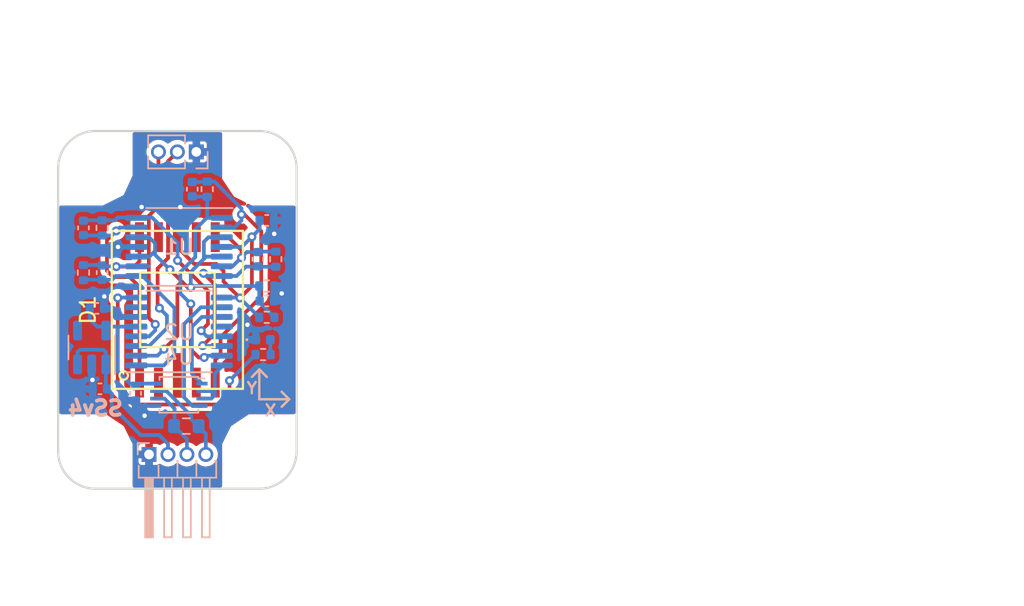
<source format=kicad_pcb>
(kicad_pcb (version 20240108) (generator "pcbnew") (generator_version "8.0")
  (title_block (title "PSS Sun Sensor") (date "2022-12-08") (rev "v4") (company "Aalto University") (comment 1 "Petri Niemelä"))
  (layers (0 "F.Cu" signal) (31 "B.Cu" signal) (34 "B.Paste" user) (35 "F.Paste" user) (36 "B.SilkS" user "B.Silkscreen") (37 "F.SilkS" user "F.Silkscreen") (38 "B.Mask" user) (39 "F.Mask" user) (44 "Edge.Cuts" user))
  (net 0 "")
  (net 1 "+3V3")
  (net 2 "GND")
  (net 3 "/VX1")
  (net 4 "Net-(D1-Anode_X1)")
  (net 5 "Net-(D1-Anode_X2)")
  (net 6 "/VX2")
  (net 7 "/VY1")
  (net 8 "Net-(D1-Anode_Y1)")
  (net 9 "Net-(D1-Anode_Y2)")
  (net 10 "/VY2")
  (net 11 "/Vopamp")
  (net 14 "/VIN")
  (net 17 "/LED")
  (net 18 "/~{RST}")
  (net 19 "/TEST")
  (net 20 "/DATA-")
  (net 21 "/DATA+")
  (net 22 "/TX")
  (net 23 "/RX")
  (net 24 "/DE")
  (net 26 "Net-(D2-A)")
  (net 27 "/V_ref")
  (footprint "MountingHole:MountingHole_2.2mm_M2" (layer "F.Cu") (at 144.5 109.5)
    (property "Reference" "MH4" (hide yes))
    (property "Value" "MountingHole")
    (pad "" np_thru_hole circle (at 0 0) (size 2.2 2.2) (drill 2.2) (layers "*.Cu" "*.Mask"))
  )
  (footprint "MountingHole:MountingHole_2.2mm_M2" (layer "F.Cu") (at 155.5 90.5)
    (property "Reference" "MH2" (hide yes))
    (property "Value" "MountingHole")
    (pad "" np_thru_hole circle (at 0 0) (size 2.2 2.2) (drill 2.2) (layers "*.Cu" "*.Mask"))
  )
  (footprint "MountingHole:MountingHole_2.2mm_M2" (layer "F.Cu") (at 155.5 109.5)
    (property "Reference" "MH3" (hide yes))
    (property "Value" "MountingHole")
    (pad "" np_thru_hole circle (at 0 0) (size 2.2 2.2) (drill 2.2) (layers "*.Cu" "*.Mask"))
  )
  (footprint "MountingHole:MountingHole_2.2mm_M2" (layer "F.Cu") (at 144.5 90.5)
    (property "Reference" "MH1" (hide yes))
    (property "Value" "MountingHole")
    (pad "" np_thru_hole circle (at 0 0) (size 2.2 2.2) (drill 2.2) (layers "*.Cu" "*.Mask"))
  )
  (footprint "Foresail:Hamatsu_S5980" (layer "F.Cu") (at 150 100)
    (property "Reference" "D1" (at -6 0 90) (layer "F.SilkS"))
    (property "Value" "Hamamatsu S5990-01")
    (pad "1" smd rect (at -2.54 4.88) (size 0.6 2) (layers "F.Cu" "F.Paste" "F.Mask") (net 4 "Net-(D1-Anode_X1)"))
    (pad "2" smd rect (at -1.27 4.88) (size 0.6 2) (layers "F.Cu" "F.Paste" "F.Mask"))
    (pad "3" smd rect (at 0 4.4) (size 0.6 3) (layers "F.Cu" "F.Paste" "F.Mask"))
    (pad "4" smd rect (at 1.27 4.88) (size 0.6 2) (layers "F.Cu" "F.Paste" "F.Mask"))
    (pad "5" smd rect (at 2.54 4.88) (size 0.6 2) (layers "F.Cu" "F.Paste" "F.Mask") (net 8 "Net-(D1-Anode_Y1)"))
    (pad "6" smd rect (at 2.54 -4.88) (size 0.6 2) (layers "F.Cu" "F.Paste" "F.Mask") (net 5 "Net-(D1-Anode_X2)"))
    (pad "7" smd rect (at 1.27 -4.88) (size 0.6 2) (layers "F.Cu" "F.Paste" "F.Mask"))
    (pad "8" smd rect (at 0 -4.88) (size 0.6 2) (layers "F.Cu" "F.Paste" "F.Mask") (net 11 "/Vopamp"))
    (pad "9" smd rect (at -1.27 -4.88) (size 0.6 2) (layers "F.Cu" "F.Paste" "F.Mask"))
    (pad "10" smd rect (at -2.54 -4.88) (size 0.6 2) (layers "F.Cu" "F.Paste" "F.Mask") (net 9 "Net-(D1-Anode_Y2)"))
  )
  (footprint "Capacitor_SMD:C_0402_1005Metric" (layer "B.Cu") (at 156 94 180)
    (property "Reference" "C1")
    (property "Value" "10n")
    (pad "1" smd roundrect (at -0.48 0 180) (size 0.56 0.62) (layers "B.Cu" "B.Paste" "B.Mask") (net 2 "GND"))
    (pad "2" smd roundrect (at 0.48 0 180) (size 0.56 0.62) (layers "B.Cu" "B.Paste" "B.Mask") (net 11 "/Vopamp"))
  )
  (footprint "Resistor_SMD:R_0402_1005Metric" (layer "B.Cu") (at 143.7 97.5 90)
    (property "Reference" "R4")
    (property "Value" "9k1")
    (pad "1" smd roundrect (at -0.51 0 90) (size 0.54 0.64) (layers "B.Cu" "B.Paste" "B.Mask") (net 10 "/VY2"))
    (pad "2" smd roundrect (at 0.51 0 90) (size 0.54 0.64) (layers "B.Cu" "B.Paste" "B.Mask") (net 9 "Net-(D1-Anode_Y2)"))
  )
  (footprint "Capacitor_SMD:C_0402_1005Metric" (layer "B.Cu") (at 143.7 94.5 -90)
    (property "Reference" "C3")
    (property "Value" "470n")
    (pad "1" smd roundrect (at -0.48 0 270) (size 0.56 0.62) (layers "B.Cu" "B.Paste" "B.Mask") (net 3 "/VX1"))
    (pad "2" smd roundrect (at 0.48 0 270) (size 0.56 0.62) (layers "B.Cu" "B.Paste" "B.Mask") (net 4 "Net-(D1-Anode_X1)"))
  )
  (footprint "Capacitor_SMD:C_0402_1005Metric" (layer "B.Cu") (at 144.95 97.5 90)
    (property "Reference" "C6")
    (property "Value" "470n")
    (pad "1" smd roundrect (at -0.48 0 90) (size 0.56 0.62) (layers "B.Cu" "B.Paste" "B.Mask") (net 10 "/VY2"))
    (pad "2" smd roundrect (at 0.48 0 90) (size 0.56 0.62) (layers "B.Cu" "B.Paste" "B.Mask") (net 9 "Net-(D1-Anode_Y2)"))
  )
  (footprint "Resistor_SMD:R_0402_1005Metric" (layer "B.Cu") (at 144.95 94.5 -90)
    (property "Reference" "R1")
    (property "Value" "9k1")
    (pad "1" smd roundrect (at -0.51 0 270) (size 0.54 0.64) (layers "B.Cu" "B.Paste" "B.Mask") (net 3 "/VX1"))
    (pad "2" smd roundrect (at 0.51 0 270) (size 0.54 0.64) (layers "B.Cu" "B.Paste" "B.Mask") (net 4 "Net-(D1-Anode_X1)"))
  )
  (footprint "Capacitor_SMD:C_0402_1005Metric" (layer "B.Cu") (at 151 91.9 90)
    (property "Reference" "C5")
    (property "Value" "470n")
    (pad "1" smd roundrect (at -0.48 0 90) (size 0.56 0.62) (layers "B.Cu" "B.Paste" "B.Mask") (net 7 "/VY1"))
    (pad "2" smd roundrect (at 0.48 0 90) (size 0.56 0.62) (layers "B.Cu" "B.Paste" "B.Mask") (net 8 "Net-(D1-Anode_Y1)"))
  )
  (footprint "LED_SMD:LED_0402_1005Metric" (layer "B.Cu") (at 155.75 102)
    (property "Reference" "D2")
    (property "Value" "YELLOW LED")
    (pad "1" smd roundrect (at -0.485 0) (size 0.59 0.64) (layers "B.Cu" "B.Paste" "B.Mask") (net 2 "GND"))
    (pad "2" smd roundrect (at 0.485 0) (size 0.59 0.64) (layers "B.Cu" "B.Paste" "B.Mask") (net 26 "Net-(D2-A)"))
  )
  (footprint "Package_TO_SOT_SMD:SOT-23-5" (layer "B.Cu") (at 144.25 102.522 90)
    (property "Reference" "U3")
    (property "Value" "TLV71333P-Q1")
    (pad "1" smd roundrect (at -1.1375 0.95 90) (size 1.325 0.6) (layers "B.Cu" "B.Paste" "B.Mask") (net 14 "/VIN"))
    (pad "2" smd roundrect (at -1.1375 0 90) (size 1.325 0.6) (layers "B.Cu" "B.Paste" "B.Mask") (net 2 "GND"))
    (pad "3" smd roundrect (at -1.1375 -0.95 90) (size 1.325 0.6) (layers "B.Cu" "B.Paste" "B.Mask") (net 14 "/VIN"))
    (pad "4" smd roundrect (at 1.1375 -0.95 90) (size 1.325 0.6) (layers "B.Cu" "B.Paste" "B.Mask"))
    (pad "5" smd roundrect (at 1.1375 0.95 90) (size 1.325 0.6) (layers "B.Cu" "B.Paste" "B.Mask") (net 1 "+3V3"))
  )
  (footprint "Capacitor_SMD:C_0402_1005Metric" (layer "B.Cu") (at 144.8 105.3)
    (property "Reference" "C2")
    (property "Value" "100n")
    (pad "1" smd roundrect (at -0.48 0) (size 0.56 0.62) (layers "B.Cu" "B.Paste" "B.Mask") (net 2 "GND"))
    (pad "2" smd roundrect (at 0.48 0) (size 0.56 0.62) (layers "B.Cu" "B.Paste" "B.Mask") (net 14 "/VIN"))
  )
  (footprint "Resistor_SMD:R_0402_1005Metric" (layer "B.Cu") (at 156.6 96.6 90)
    (property "Reference" "R2")
    (property "Value" "9k1")
    (pad "1" smd roundrect (at -0.51 0 90) (size 0.54 0.64) (layers "B.Cu" "B.Paste" "B.Mask") (net 6 "/VX2"))
    (pad "2" smd roundrect (at 0.51 0 90) (size 0.54 0.64) (layers "B.Cu" "B.Paste" "B.Mask") (net 5 "Net-(D1-Anode_X2)"))
  )
  (footprint "Package_SO:TSSOP-16_4.4x5mm_P0.65mm" (layer "B.Cu") (at 150.114 101.45)
    (property "Reference" "U2" (at 0 0.05 0) (layer "B.SilkS") (effects (justify mirror)))
    (property "Value" "MSP430FR2311IPW16")
    (pad "1" smd roundrect (at -2.8625 2.275) (size 1.475 0.4) (layers "B.Cu" "B.Paste" "B.Mask") (net 10 "/VY2"))
    (pad "2" smd roundrect (at -2.8625 1.625) (size 1.475 0.4) (layers "B.Cu" "B.Paste" "B.Mask") (net 27 "/V_ref"))
    (pad "3" smd roundrect (at -2.8625 0.975) (size 1.475 0.4) (layers "B.Cu" "B.Paste" "B.Mask") (net 19 "/TEST"))
    (pad "4" smd roundrect (at -2.8625 0.325) (size 1.475 0.4) (layers "B.Cu" "B.Paste" "B.Mask") (net 18 "/~{RST}"))
    (pad "5" smd roundrect (at -2.8625 -0.325) (size 1.475 0.4) (layers "B.Cu" "B.Paste" "B.Mask") (net 1 "+3V3"))
    (pad "6" smd roundrect (at -2.8625 -0.975) (size 1.475 0.4) (layers "B.Cu" "B.Paste" "B.Mask") (net 2 "GND"))
    (pad "7" smd roundrect (at -2.8625 -1.625) (size 1.475 0.4) (layers "B.Cu" "B.Paste" "B.Mask"))
    (pad "8" smd roundrect (at -2.8625 -2.275) (size 1.475 0.4) (layers "B.Cu" "B.Paste" "B.Mask") (net 17 "/LED"))
    (pad "9" smd roundrect (at 2.8625 -2.275) (size 1.475 0.4) (layers "B.Cu" "B.Paste" "B.Mask") (net 11 "/Vopamp"))
    (pad "10" smd roundrect (at 2.8625 -1.625) (size 1.475 0.4) (layers "B.Cu" "B.Paste" "B.Mask") (net 22 "/TX"))
    (pad "11" smd roundrect (at 2.8625 -0.975) (size 1.475 0.4) (layers "B.Cu" "B.Paste" "B.Mask") (net 23 "/RX"))
    (pad "12" smd roundrect (at 2.8625 -0.325) (size 1.475 0.4) (layers "B.Cu" "B.Paste" "B.Mask"))
    (pad "13" smd roundrect (at 2.8625 0.325) (size 1.475 0.4) (layers "B.Cu" "B.Paste" "B.Mask") (net 3 "/VX1"))
    (pad "14" smd roundrect (at 2.8625 0.975) (size 1.475 0.4) (layers "B.Cu" "B.Paste" "B.Mask") (net 6 "/VX2"))
    (pad "15" smd roundrect (at 2.8625 1.625) (size 1.475 0.4) (layers "B.Cu" "B.Paste" "B.Mask") (net 7 "/VY1"))
    (pad "16" smd roundrect (at 2.8625 2.275) (size 1.475 0.4) (layers "B.Cu" "B.Paste" "B.Mask") (net 24 "/DE"))
  )
  (footprint "Package_SO:TSSOP-14_4.4x5mm_P0.65mm" (layer "B.Cu") (at 150.114 95.778 180)
    (property "Reference" "U1" (at 0 0 180) (layer "B.SilkS") (effects (justify mirror)))
    (property "Value" "LMV344-Q1")
    (pad "1" smd roundrect (at -2.8625 1.95 180) (size 1.475 0.4) (layers "B.Cu" "B.Paste" "B.Mask") (net 7 "/VY1"))
    (pad "2" smd roundrect (at -2.8625 1.3 180) (size 1.475 0.4) (layers "B.Cu" "B.Paste" "B.Mask") (net 8 "Net-(D1-Anode_Y1)"))
    (pad "3" smd roundrect (at -2.8625 0.65 180) (size 1.475 0.4) (layers "B.Cu" "B.Paste" "B.Mask") (net 27 "/V_ref"))
    (pad "4" smd roundrect (at -2.8625 0 180) (size 1.475 0.4) (layers "B.Cu" "B.Paste" "B.Mask") (net 11 "/Vopamp"))
    (pad "5" smd roundrect (at -2.8625 -0.65 180) (size 1.475 0.4) (layers "B.Cu" "B.Paste" "B.Mask") (net 27 "/V_ref"))
    (pad "6" smd roundrect (at -2.8625 -1.3 180) (size 1.475 0.4) (layers "B.Cu" "B.Paste" "B.Mask") (net 5 "Net-(D1-Anode_X2)"))
    (pad "7" smd roundrect (at -2.8625 -1.95 180) (size 1.475 0.4) (layers "B.Cu" "B.Paste" "B.Mask") (net 6 "/VX2"))
    (pad "8" smd roundrect (at 2.8625 -1.95 180) (size 1.475 0.4) (layers "B.Cu" "B.Paste" "B.Mask") (net 10 "/VY2"))
    (pad "9" smd roundrect (at 2.8625 -1.3 180) (size 1.475 0.4) (layers "B.Cu" "B.Paste" "B.Mask") (net 9 "Net-(D1-Anode_Y2)"))
    (pad "10" smd roundrect (at 2.8625 -0.65 180) (size 1.475 0.4) (layers "B.Cu" "B.Paste" "B.Mask") (net 27 "/V_ref"))
    (pad "11" smd roundrect (at 2.8625 0 180) (size 1.475 0.4) (layers "B.Cu" "B.Paste" "B.Mask") (net 2 "GND"))
    (pad "12" smd roundrect (at 2.8625 0.65 180) (size 1.475 0.4) (layers "B.Cu" "B.Paste" "B.Mask") (net 27 "/V_ref"))
    (pad "13" smd roundrect (at 2.8625 1.3 180) (size 1.475 0.4) (layers "B.Cu" "B.Paste" "B.Mask") (net 4 "Net-(D1-Anode_X1)"))
    (pad "14" smd roundrect (at 2.8625 1.95 180) (size 1.475 0.4) (layers "B.Cu" "B.Paste" "B.Mask") (net 3 "/VX1"))
  )
  (footprint "Resistor_SMD:R_0402_1005Metric" (layer "B.Cu") (at 152 91.9 90)
    (property "Reference" "R3")
    (property "Value" "9k1")
    (pad "1" smd roundrect (at -0.51 0 90) (size 0.54 0.64) (layers "B.Cu" "B.Paste" "B.Mask") (net 7 "/VY1"))
    (pad "2" smd roundrect (at 0.51 0 90) (size 0.54 0.64) (layers "B.Cu" "B.Paste" "B.Mask") (net 8 "Net-(D1-Anode_Y1)"))
  )
  (footprint "Capacitor_SMD:C_0402_1005Metric" (layer "B.Cu") (at 144.6 99.9 180)
    (property "Reference" "C7")
    (property "Value" "100n")
    (pad "1" smd roundrect (at -0.48 0 180) (size 0.56 0.62) (layers "B.Cu" "B.Paste" "B.Mask") (net 2 "GND"))
    (pad "2" smd roundrect (at 0.48 0 180) (size 0.56 0.62) (layers "B.Cu" "B.Paste" "B.Mask") (net 1 "+3V3"))
  )
  (footprint "Connector_PinHeader_1.27mm:PinHeader_1x04_P1.27mm_Horizontal" (layer "B.Cu") (at 148.1 109.7 -90)
    (property "Reference" "J2" (hide yes))
    (property "Value" "Conn_01x04")
    (pad "1" thru_hole rect (at 0 0 270) (size 1 1) (drill 0.65) (layers "*.Cu" "*.Mask") (net 2 "GND"))
    (pad "2" thru_hole oval (at 0 -1.27 270) (size 1 1) (drill 0.65) (layers "*.Cu" "*.Mask") (net 14 "/VIN"))
    (pad "3" thru_hole oval (at 0 -2.54 270) (size 1 1) (drill 0.65) (layers "*.Cu" "*.Mask") (net 21 "/DATA+"))
    (pad "4" thru_hole oval (at 0 -3.81 270) (size 1 1) (drill 0.65) (layers "*.Cu" "*.Mask") (net 20 "/DATA-"))
  )
  (footprint "Connector_PinHeader_1.27mm:PinHeader_1x03_P1.27mm_Vertical" (layer "B.Cu") (at 151.27 89.4 90)
    (property "Reference" "J1" (hide yes))
    (property "Value" "Conn_01x03")
    (pad "1" thru_hole rect (at 0 0 90) (size 1 1) (drill 0.65) (layers "*.Cu" "*.Mask") (net 2 "GND"))
    (pad "2" thru_hole oval (at 0 -1.27 90) (size 1 1) (drill 0.65) (layers "*.Cu" "*.Mask") (net 19 "/TEST"))
    (pad "3" thru_hole oval (at 0 -2.54 90) (size 1 1) (drill 0.65) (layers "*.Cu" "*.Mask") (net 18 "/~{RST}"))
  )
  (footprint "Capacitor_SMD:C_0402_1005Metric" (layer "B.Cu") (at 155.4 96.6 90)
    (property "Reference" "C4")
    (property "Value" "470n")
    (pad "1" smd roundrect (at -0.48 0 90) (size 0.56 0.62) (layers "B.Cu" "B.Paste" "B.Mask") (net 6 "/VX2"))
    (pad "2" smd roundrect (at 0.48 0 90) (size 0.56 0.62) (layers "B.Cu" "B.Paste" "B.Mask") (net 5 "Net-(D1-Anode_X2)"))
  )
  (footprint "Resistor_SMD:R_0402_1005Metric" (layer "B.Cu") (at 155.75 103)
    (property "Reference" "R5")
    (property "Value" "1k")
    (pad "1" smd roundrect (at -0.51 0) (size 0.54 0.64) (layers "B.Cu" "B.Paste" "B.Mask") (net 17 "/LED"))
    (pad "2" smd roundrect (at 0.51 0) (size 0.54 0.64) (layers "B.Cu" "B.Paste" "B.Mask") (net 26 "Net-(D2-A)"))
  )
  (footprint "Package_SO:VSSOP-8_2.4x2.1mm_P0.5mm" (layer "B.Cu") (at 150.1 105.7 180)
    (property "Reference" "U4" (at 0 2.54 0) (layer "B.SilkS") (effects (justify mirror)))
    (property "Value" "SN65HVD1471DGK")
    (pad "1" smd rect (at -1.55 0.75 180) (size 0.75 0.25) (layers "B.Cu" "B.Paste" "B.Mask") (net 23 "/RX"))
    (pad "2" smd rect (at -1.55 0.25 180) (size 0.75 0.25) (layers "B.Cu" "B.Paste" "B.Mask") (net 24 "/DE"))
    (pad "3" smd rect (at -1.55 -0.25 180) (size 0.75 0.25) (layers "B.Cu" "B.Paste" "B.Mask") (net 24 "/DE"))
    (pad "4" smd rect (at -1.55 -0.75 180) (size 0.75 0.25) (layers "B.Cu" "B.Paste" "B.Mask") (net 22 "/TX"))
    (pad "5" smd rect (at 1.55 -0.75 180) (size 0.75 0.25) (layers "B.Cu" "B.Paste" "B.Mask") (net 2 "GND"))
    (pad "6" smd rect (at 1.55 -0.25 180) (size 0.75 0.25) (layers "B.Cu" "B.Paste" "B.Mask") (net 21 "/DATA+"))
    (pad "7" smd rect (at 1.55 0.25 180) (size 0.75 0.25) (layers "B.Cu" "B.Paste" "B.Mask") (net 20 "/DATA-"))
    (pad "8" smd rect (at 1.55 0.75 180) (size 0.75 0.25) (layers "B.Cu" "B.Paste" "B.Mask") (net 1 "+3V3"))
  )
  (footprint "Resistor_SMD:R_0603_1608Metric" (layer "B.Cu") (at 150.6 107.8 180)
    (property "Reference" "R6")
    (property "Value" "1k")
    (pad "1" smd roundrect (at -0.825 0 180) (size 0.8 0.95) (layers "B.Cu" "B.Paste" "B.Mask") (net 20 "/DATA-"))
    (pad "2" smd roundrect (at 0.825 0 180) (size 0.8 0.95) (layers "B.Cu" "B.Paste" "B.Mask") (net 21 "/DATA+"))
  )
  (footprint "Resistor_SMD:R_0402_1005Metric" (layer "B.Cu") (at 156 98.4)
    (property "Reference" "R8")
    (property "Value" "9k1")
    (pad "1" smd roundrect (at -0.51 0) (size 0.54 0.64) (layers "B.Cu" "B.Paste" "B.Mask") (net 27 "/V_ref"))
    (pad "2" smd roundrect (at 0.51 0) (size 0.54 0.64) (layers "B.Cu" "B.Paste" "B.Mask") (net 2 "GND"))
  )
  (footprint "Resistor_SMD:R_0402_1005Metric" (layer "B.Cu") (at 156 100.5)
    (property "Reference" "R7")
    (property "Value" "9k1")
    (pad "1" smd roundrect (at -0.51 0) (size 0.54 0.64) (layers "B.Cu" "B.Paste" "B.Mask") (net 11 "/Vopamp"))
    (pad "2" smd roundrect (at 0.51 0) (size 0.54 0.64) (layers "B.Cu" "B.Paste" "B.Mask") (net 27 "/V_ref"))
  )
  (footprint "Capacitor_SMD:C_0402_1005Metric" (layer "B.Cu") (at 156 99.4 180)
    (property "Reference" "C9")
    (property "Value" "100n")
    (pad "1" smd roundrect (at -0.48 0 180) (size 0.56 0.62) (layers "B.Cu" "B.Paste" "B.Mask") (net 2 "GND"))
    (pad "2" smd roundrect (at 0.48 0 180) (size 0.56 0.62) (layers "B.Cu" "B.Paste" "B.Mask") (net 27 "/V_ref"))
  )
  (footprint "Capacitor_SMD:C_0402_1005Metric" (layer "B.Cu") (at 147.2 105.6 90)
    (property "Reference" "C8")
    (property "Value" "100n")
    (pad "1" smd roundrect (at -0.48 0 90) (size 0.56 0.62) (layers "B.Cu" "B.Paste" "B.Mask") (net 2 "GND"))
    (pad "2" smd roundrect (at 0.48 0 90) (size 0.56 0.62) (layers "B.Cu" "B.Paste" "B.Mask") (net 1 "+3V3"))
  )
  (gr_line (start 155.5 104) (end 156 104.5) (stroke (width 0.15)) (layer "B.SilkS"))
  (gr_line (start 157.5 106) (end 157 106.5) (stroke (width 0.15)) (layer "B.SilkS"))
  (gr_line (start 155.5 106) (end 155.5 104) (stroke (width 0.15)) (layer "B.SilkS"))
  (gr_line (start 155.5 104) (end 155 104.5) (stroke (width 0.15)) (layer "B.SilkS"))
  (gr_line (start 157.5 106) (end 157 105.5) (stroke (width 0.15)) (layer "B.SilkS"))
  (gr_line (start 155.5 106) (end 157.5 106) (stroke (width 0.15)) (layer "B.SilkS"))
  (gr_line (start 155.5 106) (end 157.5 106) (stroke (width 0.15)) (layer "F.SilkS"))
  (gr_line (start 155.5 104) (end 155.5 106) (stroke (width 0.15)) (layer "F.SilkS"))
  (gr_line (start 155 104.5) (end 155.5 104) (stroke (width 0.15)) (layer "F.SilkS"))
  (gr_line (start 156 104.5) (end 155.5 104) (stroke (width 0.15)) (layer "F.SilkS"))
  (gr_line (start 157.5 106) (end 157 105.5) (stroke (width 0.15)) (layer "F.SilkS"))
  (gr_line (start 157.5 106) (end 157 106.5) (stroke (width 0.15)) (layer "F.SilkS"))
  (gr_line (start 144.5 88) (end 155.5 88) (stroke (width 0.15)) (layer "Edge.Cuts"))
  (gr_line (start 158 90.5) (end 158 109.5) (stroke (width 0.15)) (layer "Edge.Cuts"))
  (gr_line (start 142 109.5) (end 142 90.5) (stroke (width 0.15)) (layer "Edge.Cuts"))
  (gr_arc (start 158 109.5) (mid 157.267767 111.267767) (end 155.5 112) (stroke (width 0.15)) (layer "Edge.Cuts"))
  (gr_arc (start 144.5 112) (mid 142.732233 111.267767) (end 142 109.5) (stroke (width 0.15)) (layer "Edge.Cuts"))
  (gr_line (start 155.5 112) (end 144.5 112) (stroke (width 0.15)) (layer "Edge.Cuts"))
  (gr_arc (start 142 90.5) (mid 142.732233 88.732233) (end 144.5 88) (stroke (width 0.15)) (layer "Edge.Cuts"))
  (gr_arc (start 155.5 88) (mid 157.267767 88.732233) (end 158 90.5) (stroke (width 0.15)) (layer "Edge.Cuts"))
  (gr_text "Y" (at 155 105.25 0) (layer "B.SilkS") (effects (font (size 0.75 0.75)) (justify mirror)))
  (gr_text "X" (at 156.25 106.75 0) (layer "B.SilkS") (effects (font (size 0.75 0.75)) (justify mirror)))
  (gr_text "SSv4" (at 144.5 106.6 0) (layer "B.SilkS") (effects (font (size 1 1) (thickness 0.25)) (justify mirror)))
  (gr_text "X" (at 156.25 106.75 0) (layer "F.SilkS") (effects (font (size 0.75 0.75))))
  (gr_text "Y" (at 155 105.25 0) (layer "F.SilkS") (effects (font (size 0.75 0.75))))
  (segment (start 144.12 100.62) (end 144.12 99.9) (width 0.25) (layer "B.Cu") (net 1))
  (segment (start 145.975 102.886) (end 145.975 101.690685) (width 0.25) (layer "B.Cu") (net 1))
  (segment (start 144.625 101.125) (end 144.12 100.62) (width 0.25) (layer "B.Cu") (net 1))
  (segment (start 146.828998 104.95) (end 145.975 104.096002) (width 0.25) (layer "B.Cu") (net 1))
  (segment (start 145.975 101.690685) (end 145.975 101.125) (width 0.25) (layer "B.Cu") (net 1))
  (segment (start 147.164 101.125) (end 145.975 101.125) (width 0.25) (layer "B.Cu") (net 1))
  (segment (start 145.975 101.125) (end 144.625 101.125) (width 0.25) (layer "B.Cu") (net 1))
  (segment (start 148.55 104.95) (end 147.05 104.95) (width 0.25) (layer "B.Cu") (net 1))
  (segment (start 145.975 104.096002) (end 145.975 102.886) (width 0.25) (layer "B.Cu") (net 1))
  (segment (start 147.2 105.12) (end 147.2 105.1) (width 0.25) (layer "B.Cu") (net 1))
  (segment (start 148.8 104.95) (end 148.55 104.95) (width 0.25) (layer "B.Cu") (net 1))
  (segment (start 147.2 105.1) (end 147.05 104.95) (width 0.25) (layer "B.Cu") (net 1))
  (segment (start 147.05 104.95) (end 146.828998 104.95) (width 0.25) (layer "B.Cu") (net 1))
  (segment (start 151.07 88.45) (end 148 88.45) (width 0.25) (layer "F.Cu") (net 2))
  (segment (start 151.27 89.4) (end 151.27 88.65) (width 0.25) (layer "F.Cu") (net 2))
  (segment (start 151.07 88.45) (end 152.25 88.45) (width 0.25) (layer "F.Cu") (net 2))
  (segment (start 151.27 88.65) (end 151.07 88.45) (width 0.25) (layer "F.Cu") (net 2))
  (via (at 147.6 93.1) (size 0.6) (drill 0.3) (layers "F.Cu" "B.Cu") (net 2))
  (via (at 156.5 94.9) (size 0.6) (drill 0.3) (layers "F.Cu" "B.Cu") (net 2))
  (via (at 147.8 107.1) (size 0.6) (drill 0.3) (layers "F.Cu" "B.Cu") (net 2))
  (via (at 157 98.9) (size 0.6) (drill 0.3) (layers "F.Cu" "B.Cu") (net 2))
  (via (at 144.3 104.7) (size 0.6) (drill 0.3) (layers "F.Cu" "B.Cu") (net 2))
  (via (at 150.2 93.1) (size 0.6) (drill 0.3) (layers "F.Cu" "B.Cu") (net 2))
  (via (at 154.7 101) (size 0.6) (drill 0.3) (layers "F.Cu" "B.Cu") (net 2))
  (via (at 145.1 99.1) (size 0.6) (drill 0.3) (layers "F.Cu" "B.Cu") (net 2))
  (via (at 146.015472 95.778001) (size 0.6) (drill 0.3) (layers "F.Cu" "B.Cu") (net 2))
  (segment (start 156.51 98.41) (end 157 98.9) (width 0.25) (layer "B.Cu") (net 2))
  (segment (start 156.5 94.02) (end 156.48 94) (width 0.25) (layer "B.Cu") (net 2))
  (segment (start 156.48 99.4) (end 156.5 99.4) (width 0.25) (layer "B.Cu") (net 2))
  (segment (start 155.265 102) (end 155.265 101.565) (width 0.25) (layer "B.Cu") (net 2))
  (segment (start 146.015473 95.778) (end 146.015472 95.778001) (width 0.25) (layer "B.Cu") (net 2))
  (segment (start 144.3 103.672) (end 144.3 104.7) (width 0.25) (layer "B.Cu") (net 2))
  (segment (start 144.32 104.72) (end 144.3 104.7) (width 0.25) (layer "B.Cu") (net 2))
  (segment (start 144.25 103.622) (end 144.3 103.672) (width 0.25) (layer "B.Cu") (net 2))
  (segment (start 147.8 106.5) (end 147.85 106.45) (width 0.25) (layer "B.Cu") (net 2))
  (segment (start 147.164 100.475) (end 146.275 100.475) (width 0.25) (layer "B.Cu") (net 2))
  (segment (start 145.7 99.9) (end 146 100.2) (width 0.25) (layer "B.Cu") (net 2))
  (segment (start 147.57 106.45) (end 147.2 106.08) (width 0.25) (layer "B.Cu") (net 2))
  (segment (start 156.51 98.4) (end 156.51 98.41) (width 0.25) (layer "B.Cu") (net 2))
  (segment (start 147.164 95.778) (end 146.015473 95.778) (width 0.25) (layer "B.Cu") (net 2))
  (segment (start 147.6 93.1) (end 150.2 93.1) (width 0.25) (layer "B.Cu") (net 2))
  (segment (start 147.8 107.1) (end 147.8 106.5) (width 0.25) (layer "B.Cu") (net 2))
  (segment (start 148.55 106.45) (end 147.85 106.45) (width 0.25) (layer "B.Cu") (net 2))
  (segment (start 156.5 99.4) (end 157 98.9) (width 0.25) (layer "B.Cu") (net 2))
  (segment (start 144.32 105.3) (end 144.32 104.72) (width 0.25) (layer "B.Cu") (net 2))
  (segment (start 145.08 99.12) (end 145.1 99.1) (width 0.25) (layer "B.Cu") (net 2))
  (segment (start 145.08 99.9) (end 145.08 99.12) (width 0.25) (layer "B.Cu") (net 2))
  (segment (start 145.08 99.9) (end 145.7 99.9) (width 0.25) (layer "B.Cu") (net 2))
  (segment (start 155.265 101.565) (end 154.7 101) (width 0.25) (layer "B.Cu") (net 2))
  (segment (start 147.85 106.45) (end 147.57 106.45) (width 0.25) (layer "B.Cu") (net 2))
  (segment (start 146.275 100.475) (end 146 100.2) (width 0.25) (layer "B.Cu") (net 2))
  (segment (start 156.5 94.9) (end 156.5 94.02) (width 0.25) (layer "B.Cu") (net 2))
  (segment (start 152.050499 100.949501) (end 151.6 101.4) (width 0.25) (layer "F.Cu") (net 3))
  (segment (start 150.014385 96.687944) (end 152.050499 98.724058) (width 0.25) (layer "F.Cu") (net 3))
  (segment (start 152.050499 98.724058) (end 152.050499 100.949501) (width 0.25) (layer "F.Cu") (net 3))
  (via (at 151.6 101.4) (size 0.6) (drill 0.3) (layers "F.Cu" "B.Cu") (net 3))
  (via (at 150.014385 96.687944) (size 0.6) (drill 0.3) (layers "F.Cu" "B.Cu") (net 3))
  (segment (start 152.9765 101.775) (end 151.975 101.775) (width 0.25) (layer "B.Cu") (net 3))
  (segment (start 143.73 93.99) (end 145.81 93.99) (width 0.25) (layer "B.Cu") (net 3))
  (segment (start 145.81 93.99) (end 146 93.8) (width 0.25) (layer "B.Cu") (net 3))
  (segment (start 146 93.8) (end 148.3 93.8) (width 0.25) (layer "B.Cu") (net 3))
  (segment (start 143.7 94.02) (end 143.73 93.99) (width 0.25) (layer "B.Cu") (net 3))
  (segment (start 150.014385 95.514385) (end 150.014385 96.687944) (width 0.25) (layer "B.Cu") (net 3))
  (segment (start 148.3 93.8) (end 150.014385 95.514385) (width 0.25) (layer "B.Cu") (net 3))
  (segment (start 151.975 101.775) (end 151.6 101.4) (width 0.25) (layer "B.Cu") (net 3))
  (segment (start 147.46 103.3) (end 147.46 98.46) (width 0.25) (layer "F.Cu") (net 4))
  (segment (start 147.46 104.18) (end 147.574 104.066) (width 0.25) (layer "F.Cu") (net 4))
  (segment (start 145.275 95.325) (end 145.9 94.7) (width 0.25) (layer "F.Cu") (net 4))
  (segment (start 146.8 97.8) (end 145.7 97.8) (width 0.25) (layer "F.Cu") (net 4))
  (segment (start 145.7 97.8) (end 145.275 97.375) (width 0.25) (layer "F.Cu") (net 4))
  (segment (start 147.46 104.88) (end 147.46 103.3) (width 0.25) (layer "F.Cu") (net 4))
  (segment (start 147.46 98.46) (end 146.8 97.8) (width 0.25) (layer "F.Cu") (net 4))
  (segment (start 147.46 103.3) (end 147.46 103.09153) (width 0.25) (layer "F.Cu") (net 4))
  (segment (start 147.46 104.88) (end 147.46 104.18) (width 0.25) (layer "F.Cu") (net 4))
  (segment (start 145.275 97.375) (end 145.275 95.325) (width 0.25) (layer "F.Cu") (net 4))
  (via (at 145.9 94.7) (size 0.6) (drill 0.3) (layers "F.Cu" "B.Cu") (net 4))
  (segment (start 145.59 95.01) (end 143.73 95.01) (width 0.25) (layer "B.Cu") (net 4))
  (segment (start 146.122 94.478) (end 145.59 95.01) (width 0.25) (layer "B.Cu") (net 4))
  (segment (start 147.164 94.478) (end 146.122 94.478) (width 0.25) (layer "B.Cu") (net 4))
  (segment (start 143.73 95.01) (end 143.7 94.98) (width 0.25) (layer "B.Cu") (net 4))
  (segment (start 152.54 95.12) (end 152.54 95.11) (width 0.25) (layer "F.Cu") (net 5))
  (segment (start 152.54 95.12) (end 153.42 95.12) (width 0.25) (layer "F.Cu") (net 5))
  (segment (start 153.42 95.12) (end 154.3 96) (width 0.25) (layer "F.Cu") (net 5))
  (segment (start 154.3 96) (end 154.3 96.5) (width 0.25) (layer "F.Cu") (net 5))
  (via (at 154.3 96.5) (size 0.6) (drill 0.3) (layers "F.Cu" "B.Cu") (net 5))
  (segment (start 153.703329 97.078) (end 154.397333 96.383996) (width 0.25) (layer "B.Cu") (net 5))
  (segment (start 155.4 96.12) (end 154.661329 96.12) (width 0.25) (layer "B.Cu") (net 5))
  (segment (start 153.064 97.078) (end 153.703329 97.078) (width 0.25) (layer "B.Cu") (net 5))
  (segment (start 156.6 96.09) (end 155.43 96.09) (width 0.25) (layer "B.Cu") (net 5))
  (segment (start 155.43 96.09) (end 155.4 96.12) (width 0.25) (layer "B.Cu") (net 5))
  (segment (start 154.661329 96.12) (end 154.397333 96.383996) (width 0.25) (layer "B.Cu") (net 5))
  (segment (start 151.7 102.4) (end 151.700565 102.4) (width 0.25) (layer "F.Cu") (net 6))
  (segment (start 152.5 101.600565) (end 152.5 98.290382) (width 0.25) (layer "F.Cu") (net 6))
  (segment (start 151.700565 102.4) (end 152.5 101.600565) (width 0.25) (layer "F.Cu") (net 6))
  (segment (start 152.5 98.290382) (end 151.754809 97.545191) (width 0.25) (layer "F.Cu") (net 6))
  (via (at 151.754809 97.545191) (size 0.6) (drill 0.3) (layers "F.Cu" "B.Cu") (net 6))
  (via (at 151.7 102.4) (size 0.6) (drill 0.3) (layers "F.Cu" "B.Cu") (net 6))
  (segment (start 154.6 97.1) (end 155.38 97.1) (width 0.25) (layer "B.Cu") (net 6))
  (segment (start 151.725 102.425) (end 151.7 102.4) (width 0.25) (layer "B.Cu") (net 6))
  (segment (start 155.38 97.1) (end 155.4 97.08) (width 0.25) (layer "B.Cu") (net 6))
  (segment (start 153.972 97.728) (end 154.6 97.1) (width 0.25) (layer "B.Cu") (net 6))
  (segment (start 152.9765 97.728) (end 153.972 97.728) (width 0.25) (layer "B.Cu") (net 6))
  (segment (start 155.43 97.11) (end 155.4 97.08) (width 0.25) (layer "B.Cu") (net 6))
  (segment (start 152.9765 102.425) (end 151.725 102.425) (width 0.25) (layer "B.Cu") (net 6))
  (segment (start 156.6 97.11) (end 155.43 97.11) (width 0.25) (layer "B.Cu") (net 6))
  (segment (start 152.9765 97.728) (end 151.937618 97.728) (width 0.25) (layer "B.Cu") (net 6))
  (segment (start 151.937618 97.728) (end 151.754809 97.545191) (width 0.25) (layer "B.Cu") (net 6))
  (segment (start 151.427811 103.193496) (end 150.9 102.665685) (width 0.25) (layer "F.Cu") (net 7))
  (segment (start 151.797818 103.193496) (end 151.427811 103.193496) (width 0.25) (layer "F.Cu") (net 7))
  (segment (start 150.9 102.665685) (end 150.9 99.6) (width 0.25) (layer "F.Cu") (net 7))
  (via (at 150.9 99.6) (size 0.6) (drill 0.3) (layers "F.Cu" "B.Cu") (net 7))
  (via (at 151.797818 103.193496) (size 0.6) (drill 0.3) (layers "F.Cu" "B.Cu") (net 7))
  (segment (start 153.064 103.075) (end 151.916314 103.075) (width 0.25) (layer "B.Cu") (net 7))
  (segment (start 151.916314 103.075) (end 151.797818 103.193496) (width 0.25) (layer "B.Cu") (net 7))
  (segment (start 150.2 98.9) (end 150.9 99.6) (width 0.25) (layer "B.Cu") (net 7))
  (segment (start 151.03 92.41) (end 151 92.38) (width 0.25) (layer "B.Cu") (net 7))
  (segment (start 151.2 94.6) (end 151.2 96.46431) (width 0.25) (layer "B.Cu") (net 7))
  (segment (start 150.2 97.46431) (end 150.2 98.9) (width 0.25) (layer "B.Cu") (net 7))
  (segment (start 152.9765 93.828) (end 152.172 93.828) (width 0.25) (layer "B.Cu") (net 7))
  (segment (start 151.972 93.828) (end 151.2 94.6) (width 0.25) (layer "B.Cu") (net 7))
  (segment (start 151.2 96.46431) (end 150.2 97.46431) (width 0.25) (layer "B.Cu") (net 7))
  (segment (start 152 93.8) (end 152 92.41) (width 0.25) (layer "B.Cu") (net 7))
  (segment (start 153.064 93.828) (end 151.972 93.828) (width 0.25) (layer "B.Cu") (net 7))
  (segment (start 152 92.41) (end 151.03 92.41) (width 0.25) (layer "B.Cu") (net 7))
  (segment (start 152.54 104.88) (end 152.54 104.243884) (width 0.25) (layer "F.Cu") (net 8))
  (segment (start 154.5 93.6) (end 154.3 93.6) (width 0.25) (layer "F.Cu") (net 8))
  (segment (start 152.54 103.36) (end 152.9 103) (width 0.25) (layer "F.Cu") (net 8))
  (segment (start 154.3 93.7) (end 154.3 93.6) (width 0.25) (layer "F.Cu") (net 8))
  (segment (start 152.9 101.836961) (end 155.16848 99.56848) (width 0.25) (layer "F.Cu") (net 8))
  (segment (start 155.625 99.11196) (end 155.625 94.725) (width 0.25) (layer "F.Cu") (net 8))
  (segment (start 152.54 104.88) (end 152.54 103.36) (width 0.25) (layer "F.Cu") (net 8))
  (segment (start 152.9 103) (end 152.9 101.836961) (width 0.25) (layer "F.Cu") (net 8))
  (segment (start 155.625 94.725) (end 154.5 93.6) (width 0.25) (layer "F.Cu") (net 8))
  (segment (start 155.16848 99.56848) (end 155.625 99.11196) (width 0.25) (layer "F.Cu") (net 8))
  (segment (start 155.16848 99.56848) (end 155.4 99.336961) (width 0.25) (layer "F.Cu") (net 8))
  (via (at 154.3 93.6) (size 0.6) (drill 0.3) (layers "F.Cu" "B.Cu") (net 8))
  (segment (start 154.3 94) (end 154.3 93.2) (width 0.25) (layer "B.Cu") (net 8))
  (segment (start 151.97 91.42) (end 152 91.39) (width 0.25) (layer "B.Cu") (net 8))
  (segment (start 154.3 93.2) (end 152.49 91.39) (width 0.25) (layer "B.Cu") (net 8))
  (segment (start 153.064 94.478) (end 153.822 94.478) (width 0.25) (layer "B.Cu") (net 8))
  (segment (start 152.49 91.39) (end 152 91.39) (width 0.25) (layer "B.Cu") (net 8))
  (segment (start 153.822 94.478) (end 154.3 94) (width 0.25) (layer "B.Cu") (net 8))
  (segment (start 151 91.42) (end 151.97 91.42) (width 0.25) (layer "B.Cu") (net 8))
  (segment (start 147.46 95.12) (end 147.46 96.74) (width 0.25) (layer "F.Cu") (net 9))
  (segment (start 147.1 97.1) (end 145.9 97.1) (width 0.25) (layer "F.Cu") (net 9))
  (segment (start 147.46 96.74) (end 147.1 97.1) (width 0.25) (layer "F.Cu") (net 9))
  (via (at 145.9 97.1) (size 0.6) (drill 0.3) (layers "F.Cu" "B.Cu") (net 9))
  (segment (start 144.92 96.99) (end 143.7 96.99) (width 0.25) (layer "B.Cu") (net 9))
  (segment (start 144.95 97.02) (end 145.008 97.078) (width 0.25) (layer "B.Cu") (net 9))
  (segment (start 144.95 97.02) (end 144.92 96.99) (width 0.25) (layer "B.Cu") (net 9))
  (segment (start 145.008 97.078) (end 148.078 97.078) (width 0.25) (layer "B.Cu") (net 9))
  (segment (start 147.664 97.728) (end 145.872 97.728) (width 0.25) (layer "B.Cu") (net 10))
  (segment (start 147.164 103.725) (end 149.086252 103.725) (width 0.25) (layer "B.Cu") (net 10))
  (segment (start 145.872 97.728) (end 145.62 97.98) (width 0.25) (layer "B.Cu") (net 10))
  (segment (start 149.8 99.864) (end 147.664 97.728) (width 0.25) (layer "B.Cu") (net 10))
  (segment (start 143.73 97.98) (end 143.7 98.01) (width 0.25) (layer "B.Cu") (net 10))
  (segment (start 149.8 103.011252) (end 149.8 99.864) (width 0.25) (layer "B.Cu") (net 10))
  (segment (start 144.95 97.98) (end 143.73 97.98) (width 0.25) (layer "B.Cu") (net 10))
  (segment (start 149.086252 103.725) (end 149.8 103.011252) (width 0.25) (layer "B.Cu") (net 10))
  (segment (start 145.62 97.98) (end 144.95 97.98) (width 0.25) (layer "B.Cu") (net 10))
  (segment (start 153.1 98.1) (end 153.1 97.4) (width 0.25) (layer "F.Cu") (net 11))
  (segment (start 152.620191 96.920191) (end 151.130516 96.920191) (width 0.25) (layer "F.Cu") (net 11))
  (segment (start 153.1 97.4) (end 152.620191 96.920191) (width 0.25) (layer "F.Cu") (net 11))
  (segment (start 155 98.4) (end 154.2 99.2) (width 0.25) (layer "F.Cu") (net 11))
  (segment (start 151.130516 96.920191) (end 150 95.789675) (width 0.25) (layer "F.Cu") (net 11))
  (segment (start 150 95.789675) (end 150 95.12) (width 0.25) (layer "F.Cu") (net 11))
  (segment (start 154.2 99.2) (end 153.1 98.1) (width 0.25) (layer "F.Cu") (net 11))
  (segment (start 155 95.1) (end 155 98.4) (width 0.25) (layer "F.Cu") (net 11))
  (via (at 155 95.1) (size 0.6) (drill 0.3) (layers "F.Cu" "B.Cu") (net 11))
  (via (at 154.2 99.2) (size 0.6) (drill 0.3) (layers "F.Cu" "B.Cu") (net 11))
  (segment (start 155.52 94.58) (end 155.52 94) (width 0.25) (layer "B.Cu") (net 11))
  (segment (start 154.2 99.2) (end 154.2 99.21) (width 0.25) (layer "B.Cu") (net 11))
  (segment (start 154.2 99.21) (end 155.49 100.5) (width 0.25) (layer "B.Cu") (net 11))
  (segment (start 155 95.1) (end 154.322 95.778) (width 0.25) (layer "B.Cu") (net 11))
  (segment (start 154.322 95.778) (end 153.064 95.778) (width 0.25) (layer "B.Cu") (net 11))
  (segment (start 154.089 99.2) (end 154.064 99.175) (width 0.25) (layer "B.Cu") (net 11))
  (segment (start 154.2 99.2) (end 154.089 99.2) (width 0.25) (layer "B.Cu") (net 11))
  (segment (start 155 95.1) (end 155.52 94.58) (width 0.25) (layer "B.Cu") (net 11))
  (segment (start 154.064 99.175) (end 153.064 99.175) (width 0.25) (layer "B.Cu") (net 11))
  (segment (start 143.903249 102.672) (end 144.596751 102.672) (width 0.25) (layer "B.Cu") (net 14))
  (segment (start 148.777106 108.4) (end 147.539998 108.4) (width 0.25) (layer "B.Cu") (net 14))
  (segment (start 145.6 106.460002) (end 145.6 105.62) (width 0.25) (layer "B.Cu") (net 14))
  (segment (start 143.3 102.842) (end 143.464 102.678) (width 0.25) (layer "B.Cu") (net 14))
  (segment (start 149.37 108.992894) (end 148.777106 108.4) (width 0.25) (layer "B.Cu") (net 14))
  (segment (start 145.6 105.62) (end 145.28 105.3) (width 0.25) (layer "B.Cu") (net 14))
  (segment (start 145.036 102.678) (end 145.2 102.842) (width 0.25) (layer "B.Cu") (net 14))
  (segment (start 145.2 102.842) (end 145.2 105.0775) (width 0.25) (layer "B.Cu") (net 14))
  (segment (start 149.37 109.7) (end 149.37 108.992894) (width 0.25) (layer "B.Cu") (net 14))
  (segment (start 143.3 103.622) (end 143.3 102.842) (width 0.25) (layer "B.Cu") (net 14))
  (segment (start 144.602751 102.678) (end 145.036 102.678) (width 0.25) (layer "B.Cu") (net 14))
  (segment (start 143.464 102.678) (end 143.897249 102.678) (width 0.25) (layer "B.Cu") (net 14))
  (segment (start 144.596751 102.672) (end 144.602751 102.678) (width 0.25) (layer "B.Cu") (net 14))
  (segment (start 147.539998 108.4) (end 145.6 106.460002) (width 0.25) (layer "B.Cu") (net 14))
  (segment (start 143.897249 102.678) (end 143.903249 102.672) (width 0.25) (layer "B.Cu") (net 14))
  (segment (start 146 105.305002) (end 147.047499 106.352501) (width 0.25) (layer "F.Cu") (net 17))
  (segment (start 146 99.2) (end 146 105.305002) (width 0.25) (layer "F.Cu") (net 17))
  (segment (start 147.047499 106.352501) (end 153.213184 106.352501) (width 0.25) (layer "F.Cu") (net 17))
  (segment (start 153.213184 106.352501) (end 153.5 106.065685) (width 0.25) (layer "F.Cu") (net 17))
  (segment (start 153.5 106.065685) (end 153.5 104.75) (width 0.25) (layer "F.Cu") (net 17))
  (via (at 146 99.2) (size 0.6) (drill 0.3) (layers "F.Cu" "B.Cu") (net 17))
  (via (at 153.5 104.75) (size 0.6) (drill 0.3) (layers "F.Cu" "B.Cu") (net 17))
  (segment (start 147.25068 99.17582) (end 147.2515 99.175) (width 0.25) (layer "B.Cu") (net 17))
  (segment (start 146.025 99.175) (end 146 99.2) (width 0.25) (layer "B.Cu") (net 17))
  (segment (start 147.2515 99.175) (end 146.025 99.175) (width 0.25) (layer "B.Cu") (net 17))
  (segment (start 155.24 103) (end 155.24 103.01) (width 0.25) (layer "B.Cu") (net 17))
  (segment (start 155.24 103.01) (end 153.5 104.75) (width 0.25) (layer "B.Cu") (net 17))
  (segment (start 148.73 89.5) (end 148.73 93.045) (width 0.25) (layer "F.Cu") (net 18))
  (segment (start 148.085 93.9) (end 148.085 100.543327) (width 0.25) (layer "F.Cu") (net 18))
  (segment (start 148.73 93.045) (end 147.98 93.795) (width 0.25) (layer "F.Cu") (net 18))
  (segment (start 148.085 100.543327) (end 148.514012 100.972339) (width 0.25) (layer "F.Cu") (net 18))
  (segment (start 147.98 93.795) (end 148.085 93.9) (width 0.25) (layer "F.Cu") (net 18))
  (via (at 148.514012 100.972339) (size 0.6) (drill 0.3) (layers "F.Cu" "B.Cu") (net 18))
  (segment (start 148.115585 101.775) (end 148.514012 101.376573) (width 0.25) (layer "B.Cu") (net 18))
  (segment (start 148.514012 101.376573) (end 148.514012 100.972339) (width 0.25) (layer "B.Cu") (net 18))
  (segment (start 147.164 101.775) (end 148.115585 101.775) (width 0.25) (layer "B.Cu") (net 18))
  (segment (start 149.375 94.925) (end 149.375 93.75) (width 0.25) (layer "F.Cu") (net 19))
  (segment (start 149.375 96.2) (end 149.375 96.375) (width 0.25) (layer "F.Cu") (net 19))
  (segment (start 148.6755 97.2245) (end 148.6755 99.764819) (width 0.25) (layer "F.Cu") (net 19))
  (segment (start 149.375 96.2) (end 149.375 96.025) (width 0.25) (layer "F.Cu") (net 19))
  (segment (start 149.375 96.525) (end 148.6755 97.2245) (width 0.25) (layer "F.Cu") (net 19))
  (segment (start 149.375 90.025) (end 150 89.4) (width 0.25) (layer "F.Cu") (net 19))
  (segment (start 149.375 96.025) (end 149.375 96.360002) (width 0.25) (layer "F.Cu") (net 19))
  (segment (start 149.375 94.925) (end 149.375 90.025) (width 0.25) (layer "F.Cu") (net 19))
  (segment (start 149.375 96.360002) (end 149.375 96.525) (width 0.25) (layer "F.Cu") (net 19))
  (segment (start 149.375 96.025) (end 149.375 94.925) (width 0.25) (layer "F.Cu") (net 19))
  (segment (start 148.6755 99.764819) (end 148.794869 99.884188) (width 0.25) (layer "F.Cu") (net 19))
  (via (at 148.794869 99.884188) (size 0.6) (drill 0.3) (layers "F.Cu" "B.Cu") (net 19))
  (segment (start 147.164 102.425) (end 148.101996 102.425) (width 0.25) (layer "B.Cu") (net 19))
  (segment (start 148.101996 102.425) (end 149.3 101.226996) (width 0.25) (layer "B.Cu") (net 19))
  (segment (start 149.3 101.226996) (end 149.3 100.389319) (width 0.25) (layer "B.Cu") (net 19))
  (segment (start 149.3 100.389319) (end 148.794869 99.884188) (width 0.25) (layer "B.Cu") (net 19))
  (segment (start 149.175 105.45) (end 148.55 105.45) (width 0.25) (layer "B.Cu") (net 20))
  (segment (start 151.3875 107.8) (end 150.925888 107.338388) (width 0.25) (layer "B.Cu") (net 20))
  (segment (start 150.925888 107.104475) (end 149.271413 105.45) (width 0.25) (layer "B.Cu") (net 20))
  (segment (start 151.91 108.3225) (end 151.3875 107.8) (width 0.25) (layer "B.Cu") (net 20))
  (segment (start 151.91 109.7) (end 151.91 108.3225) (width 0.25) (layer "B.Cu") (net 20))
  (segment (start 150.925888 107.338388) (end 150.925888 107.104475) (width 0.25) (layer "B.Cu") (net 20))
  (segment (start 149.271413 105.45) (end 149.175 105.45) (width 0.25) (layer "B.Cu") (net 20))
  (segment (start 150.64 109.7) (end 150.64 108.665) (width 0.25) (layer "B.Cu") (net 21))
  (segment (start 150.64 108.665) (end 149.8125 107.8375) (width 0.25) (layer "B.Cu") (net 21))
  (segment (start 149.8125 107.8375) (end 149.8125 106.627497) (width 0.25) (layer "B.Cu") (net 21))
  (segment (start 149.8125 106.627497) (end 149.135003 105.95) (width 0.25) (layer "B.Cu") (net 21))
  (segment (start 149.135003 105.95) (end 148.55 105.95) (width 0.25) (layer "B.Cu") (net 21))
  (segment (start 150.449989 105.874989) (end 151.025 106.45) (width 0.25) (layer "B.Cu") (net 22))
  (segment (start 153.064 99.825) (end 151.575 99.825) (width 0.25) (layer "B.Cu") (net 22))
  (segment (start 151.575 99.825) (end 150.449989 100.950011) (width 0.25) (layer "B.Cu") (net 22))
  (segment (start 150.449989 100.950011) (end 150.449989 105.874989) (width 0.25) (layer "B.Cu") (net 22))
  (segment (start 151.025 106.45) (end 151.65 106.45) (width 0.25) (layer "B.Cu") (net 22))
  (segment (start 151.641823 100.475) (end 150.9755 101.141323) (width 0.25) (layer "B.Cu") (net 23))
  (segment (start 150.9755 104.2755) (end 151.65 104.95) (width 0.25) (layer "B.Cu") (net 23))
  (segment (start 153.064 100.475) (end 151.641823 100.475) (width 0.25) (layer "B.Cu") (net 23))
  (segment (start 150.9755 101.141323) (end 150.9755 104.2755) (width 0.25) (layer "B.Cu") (net 23))
  (segment (start 152.275 105.45) (end 152.5125 105.6875) (width 0.25) (layer "B.Cu") (net 24))
  (segment (start 152.5125 105.7125) (end 152.5125 104.2765) (width 0.25) (layer "B.Cu") (net 24))
  (segment (start 152.5125 104.2765) (end 153.064 103.725) (width 0.25) (layer "B.Cu") (net 24))
  (segment (start 152.5125 105.6875) (end 152.5125 105.7125) (width 0.25) (layer "B.Cu") (net 24))
  (segment (start 151.65 105.45) (end 152.275 105.45) (width 0.25) (layer "B.Cu") (net 24))
  (segment (start 151.65 105.95) (end 152.275 105.95) (width 0.25) (layer "B.Cu") (net 24))
  (segment (start 152.275 105.95) (end 152.5125 105.7125) (width 0.25) (layer "B.Cu") (net 24))
  (segment (start 156.235 102.975) (end 156.26 103) (width 0.25) (layer "B.Cu") (net 26))
  (segment (start 156.235 102) (end 156.235 102.975) (width 0.25) (layer "B.Cu") (net 26))
  (segment (start 150.3 98.1) (end 149.5 97.3) (width 0.25) (layer "F.Cu") (net 27))
  (segment (start 150 101.738248) (end 149.099998 102.63825) (width 0.25) (layer "F.Cu") (net 27))
  (segment (start 150.7 98.5) (end 150.9 98.5) (width 0.25) (layer "F.Cu") (net 27))
  (segment (start 150 98.4) (end 150 101.738248) (width 0.25) (layer "F.Cu") (net 27))
  (segment (start 150.3 98.1) (end 150 98.4) (width 0.25) (layer "F.Cu") (net 27))
  (segment (start 150.3 98.1) (end 150.7 98.5) (width 0.25) (layer "F.Cu") (net 27))
  (via (at 150.9 98.5) (size 0.6) (drill 0.3) (layers "F.Cu" "B.Cu") (net 27))
  (via (at 149.099998 102.63825) (size 0.6) (drill 0.3) (layers "F.Cu" "B.Cu") (net 27))
  (via (at 149.5 97.3) (size 0.6) (drill 0.3) (layers "F.Cu" "B.Cu") (net 27))
  (segment (start 153.064 95.128) (end 152.089 95.128) (width 0.25) (layer "B.Cu") (net 27))
  (segment (start 148.663248 103.075) (end 149.099998 102.63825) (width 0.25) (layer "B.Cu") (net 27))
  (segment (start 147.164 96.428) (end 148.122 96.428) (width 0.25) (layer "B.Cu") (net 27))
  (segment (start 147.2515 103.075) (end 148.663248 103.075) (width 0.25) (layer "B.Cu") (net 27))
  (segment (start 151.779021 96.579021) (end 150.9 97.458042) (width 0.25) (layer "B.Cu") (net 27))
  (segment (start 155.49 99.48) (end 155.49 98.4) (width 0.25) (layer "B.Cu") (net 27))
  (segment (start 151.779021 95.437979) (end 152.089 95.128) (width 0.25) (layer "B.Cu") (net 27))
  (segment (start 155.49 98.4) (end 151 98.4) (width 0.25) (layer "B.Cu") (net 27))
  (segment (start 151 98.4) (end 150.9 98.5) (width 0.25) (layer "B.Cu") (net 27))
  (segment (start 153.064 96.428) (end 151.930042 96.428) (width 0.25) (layer "B.Cu") (net 27))
  (segment (start 148.1 95.128) (end 148.5 95.528) (width 0.25) (layer "B.Cu") (net 27))
  (segment (start 156.51 100.5) (end 155.49 99.48) (width 0.25) (layer "B.Cu") (net 27))
  (segment (start 148.122 96.428) (end 148.5 96.05) (width 0.25) (layer "B.Cu") (net 27))
  (segment (start 148.5 95.528) (end 148.5 96.05) (width 0.25) (layer "B.Cu") (net 27))
  (segment (start 151.779021 96.579021) (end 151.779021 95.437979) (width 0.25) (layer "B.Cu") (net 27))
  (segment (start 151.930042 96.428) (end 151.779021 96.579021) (width 0.25) (layer "B.Cu") (net 27))
  (segment (start 148.5 96.05) (end 148.5 96.3) (width 0.25) (layer "B.Cu") (net 27))
  (segment (start 147.164 95.128) (end 148.1 95.128) (width 0.25) (layer "B.Cu") (net 27))
  (segment (start 150.9 97.458042) (end 150.9 98.5) (width 0.25) (layer "B.Cu") (net 27))
  (segment (start 148.5 96.3) (end 149.5 97.3) (width 0.25) (layer "B.Cu") (net 27))
  (zone (net 2) (net_name "GND") (layer "F.Cu") (connect_pads (clearance 0.308)) (min_thickness 0.254) (fill yes (thermal_gap 0.208) (thermal_bridge_width 0.508))
    (polygon (pts (xy 141 107) (xy 141 93) (xy 145 93) (xy 146.4 92.3) (xy 147 91) (xy 147 87) (xy 153 87) (xy 153 91.2) (xy 153.8 92.4) (xy 155 93) (xy 159 93) (xy 159 107) (xy 154.8 107) (xy 153.6 107.8) (xy 153 109) (xy 153 113) (xy 147 113) (xy 147 109) (xy 146.4 107.8) (xy 145.2 107)))
  )
  (zone (net 2) (net_name "GND") (layer "B.Cu") (connect_pads (clearance 0.308)) (min_thickness 0.254) (fill yes (thermal_gap 0.208) (thermal_bridge_width 0.508))
    (polygon (pts (xy 141 107) (xy 141 93) (xy 145 93) (xy 146.4 92.3) (xy 147 91) (xy 147 87) (xy 153 87) (xy 153 91.2) (xy 153.8 92.4) (xy 155 93) (xy 159 93) (xy 159 107) (xy 154.8 107) (xy 153.6 107.8) (xy 153 109) (xy 153 113) (xy 147 113) (xy 147 109) (xy 146.4 107.8) (xy 145.2 107)))
  )
)
</source>
